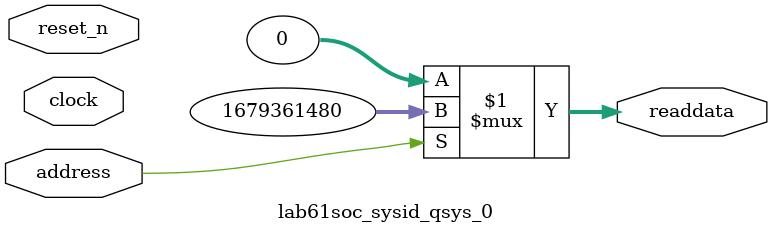
<source format=v>



// synthesis translate_off
`timescale 1ns / 1ps
// synthesis translate_on

// turn off superfluous verilog processor warnings 
// altera message_level Level1 
// altera message_off 10034 10035 10036 10037 10230 10240 10030 

module lab61soc_sysid_qsys_0 (
               // inputs:
                address,
                clock,
                reset_n,

               // outputs:
                readdata
             )
;

  output  [ 31: 0] readdata;
  input            address;
  input            clock;
  input            reset_n;

  wire    [ 31: 0] readdata;
  //control_slave, which is an e_avalon_slave
  assign readdata = address ? 1679361480 : 0;

endmodule



</source>
